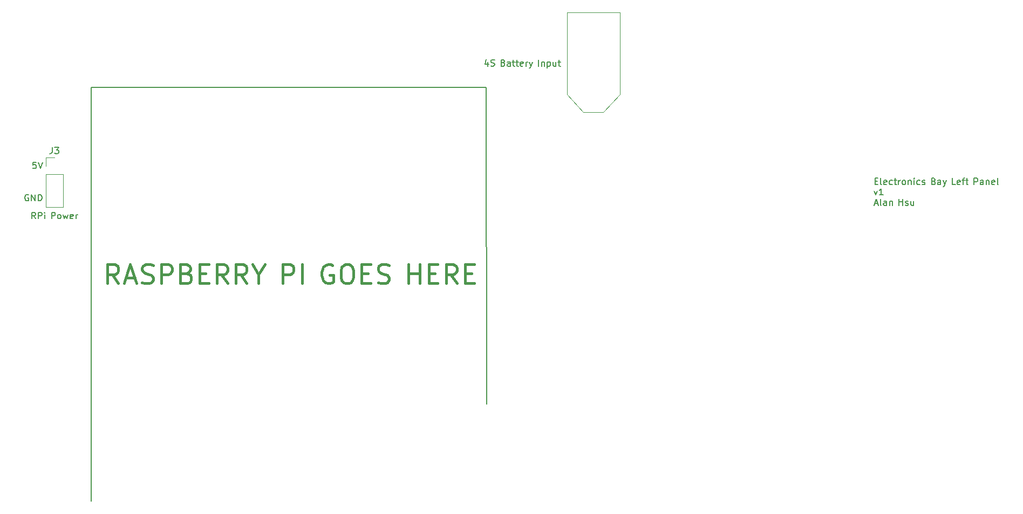
<source format=gbr>
%TF.GenerationSoftware,KiCad,Pcbnew,7.0.0*%
%TF.CreationDate,2023-03-08T15:40:00-05:00*%
%TF.ProjectId,left-side,6c656674-2d73-4696-9465-2e6b69636164,rev?*%
%TF.SameCoordinates,Original*%
%TF.FileFunction,Legend,Top*%
%TF.FilePolarity,Positive*%
%FSLAX46Y46*%
G04 Gerber Fmt 4.6, Leading zero omitted, Abs format (unit mm)*
G04 Created by KiCad (PCBNEW 7.0.0) date 2023-03-08 15:40:00*
%MOMM*%
%LPD*%
G01*
G04 APERTURE LIST*
%ADD10C,0.200000*%
%ADD11C,0.150000*%
%ADD12C,0.450000*%
%ADD13C,0.120000*%
G04 APERTURE END LIST*
D10*
X68514000Y-113119146D02*
X130514000Y-113119146D01*
X130514000Y-113119146D02*
X130556000Y-162814000D01*
X68514000Y-178054000D02*
X68514000Y-113119146D01*
D11*
X58674285Y-129971000D02*
X58579047Y-129923380D01*
X58579047Y-129923380D02*
X58436190Y-129923380D01*
X58436190Y-129923380D02*
X58293333Y-129971000D01*
X58293333Y-129971000D02*
X58198095Y-130066238D01*
X58198095Y-130066238D02*
X58150476Y-130161476D01*
X58150476Y-130161476D02*
X58102857Y-130351952D01*
X58102857Y-130351952D02*
X58102857Y-130494809D01*
X58102857Y-130494809D02*
X58150476Y-130685285D01*
X58150476Y-130685285D02*
X58198095Y-130780523D01*
X58198095Y-130780523D02*
X58293333Y-130875761D01*
X58293333Y-130875761D02*
X58436190Y-130923380D01*
X58436190Y-130923380D02*
X58531428Y-130923380D01*
X58531428Y-130923380D02*
X58674285Y-130875761D01*
X58674285Y-130875761D02*
X58721904Y-130828142D01*
X58721904Y-130828142D02*
X58721904Y-130494809D01*
X58721904Y-130494809D02*
X58531428Y-130494809D01*
X59150476Y-130923380D02*
X59150476Y-129923380D01*
X59150476Y-129923380D02*
X59721904Y-130923380D01*
X59721904Y-130923380D02*
X59721904Y-129923380D01*
X60198095Y-130923380D02*
X60198095Y-129923380D01*
X60198095Y-129923380D02*
X60436190Y-129923380D01*
X60436190Y-129923380D02*
X60579047Y-129971000D01*
X60579047Y-129971000D02*
X60674285Y-130066238D01*
X60674285Y-130066238D02*
X60721904Y-130161476D01*
X60721904Y-130161476D02*
X60769523Y-130351952D01*
X60769523Y-130351952D02*
X60769523Y-130494809D01*
X60769523Y-130494809D02*
X60721904Y-130685285D01*
X60721904Y-130685285D02*
X60674285Y-130780523D01*
X60674285Y-130780523D02*
X60579047Y-130875761D01*
X60579047Y-130875761D02*
X60436190Y-130923380D01*
X60436190Y-130923380D02*
X60198095Y-130923380D01*
X59864761Y-124843380D02*
X59388571Y-124843380D01*
X59388571Y-124843380D02*
X59340952Y-125319571D01*
X59340952Y-125319571D02*
X59388571Y-125271952D01*
X59388571Y-125271952D02*
X59483809Y-125224333D01*
X59483809Y-125224333D02*
X59721904Y-125224333D01*
X59721904Y-125224333D02*
X59817142Y-125271952D01*
X59817142Y-125271952D02*
X59864761Y-125319571D01*
X59864761Y-125319571D02*
X59912380Y-125414809D01*
X59912380Y-125414809D02*
X59912380Y-125652904D01*
X59912380Y-125652904D02*
X59864761Y-125748142D01*
X59864761Y-125748142D02*
X59817142Y-125795761D01*
X59817142Y-125795761D02*
X59721904Y-125843380D01*
X59721904Y-125843380D02*
X59483809Y-125843380D01*
X59483809Y-125843380D02*
X59388571Y-125795761D01*
X59388571Y-125795761D02*
X59340952Y-125748142D01*
X60198095Y-124843380D02*
X60531428Y-125843380D01*
X60531428Y-125843380D02*
X60864761Y-124843380D01*
X130754283Y-109097714D02*
X130754283Y-109764380D01*
X130516188Y-108716761D02*
X130278093Y-109431047D01*
X130278093Y-109431047D02*
X130897140Y-109431047D01*
X131230474Y-109716761D02*
X131373331Y-109764380D01*
X131373331Y-109764380D02*
X131611426Y-109764380D01*
X131611426Y-109764380D02*
X131706664Y-109716761D01*
X131706664Y-109716761D02*
X131754283Y-109669142D01*
X131754283Y-109669142D02*
X131801902Y-109573904D01*
X131801902Y-109573904D02*
X131801902Y-109478666D01*
X131801902Y-109478666D02*
X131754283Y-109383428D01*
X131754283Y-109383428D02*
X131706664Y-109335809D01*
X131706664Y-109335809D02*
X131611426Y-109288190D01*
X131611426Y-109288190D02*
X131420950Y-109240571D01*
X131420950Y-109240571D02*
X131325712Y-109192952D01*
X131325712Y-109192952D02*
X131278093Y-109145333D01*
X131278093Y-109145333D02*
X131230474Y-109050095D01*
X131230474Y-109050095D02*
X131230474Y-108954857D01*
X131230474Y-108954857D02*
X131278093Y-108859619D01*
X131278093Y-108859619D02*
X131325712Y-108812000D01*
X131325712Y-108812000D02*
X131420950Y-108764380D01*
X131420950Y-108764380D02*
X131659045Y-108764380D01*
X131659045Y-108764380D02*
X131801902Y-108812000D01*
X133163807Y-109240571D02*
X133306664Y-109288190D01*
X133306664Y-109288190D02*
X133354283Y-109335809D01*
X133354283Y-109335809D02*
X133401902Y-109431047D01*
X133401902Y-109431047D02*
X133401902Y-109573904D01*
X133401902Y-109573904D02*
X133354283Y-109669142D01*
X133354283Y-109669142D02*
X133306664Y-109716761D01*
X133306664Y-109716761D02*
X133211426Y-109764380D01*
X133211426Y-109764380D02*
X132830474Y-109764380D01*
X132830474Y-109764380D02*
X132830474Y-108764380D01*
X132830474Y-108764380D02*
X133163807Y-108764380D01*
X133163807Y-108764380D02*
X133259045Y-108812000D01*
X133259045Y-108812000D02*
X133306664Y-108859619D01*
X133306664Y-108859619D02*
X133354283Y-108954857D01*
X133354283Y-108954857D02*
X133354283Y-109050095D01*
X133354283Y-109050095D02*
X133306664Y-109145333D01*
X133306664Y-109145333D02*
X133259045Y-109192952D01*
X133259045Y-109192952D02*
X133163807Y-109240571D01*
X133163807Y-109240571D02*
X132830474Y-109240571D01*
X134259045Y-109764380D02*
X134259045Y-109240571D01*
X134259045Y-109240571D02*
X134211426Y-109145333D01*
X134211426Y-109145333D02*
X134116188Y-109097714D01*
X134116188Y-109097714D02*
X133925712Y-109097714D01*
X133925712Y-109097714D02*
X133830474Y-109145333D01*
X134259045Y-109716761D02*
X134163807Y-109764380D01*
X134163807Y-109764380D02*
X133925712Y-109764380D01*
X133925712Y-109764380D02*
X133830474Y-109716761D01*
X133830474Y-109716761D02*
X133782855Y-109621523D01*
X133782855Y-109621523D02*
X133782855Y-109526285D01*
X133782855Y-109526285D02*
X133830474Y-109431047D01*
X133830474Y-109431047D02*
X133925712Y-109383428D01*
X133925712Y-109383428D02*
X134163807Y-109383428D01*
X134163807Y-109383428D02*
X134259045Y-109335809D01*
X134592379Y-109097714D02*
X134973331Y-109097714D01*
X134735236Y-108764380D02*
X134735236Y-109621523D01*
X134735236Y-109621523D02*
X134782855Y-109716761D01*
X134782855Y-109716761D02*
X134878093Y-109764380D01*
X134878093Y-109764380D02*
X134973331Y-109764380D01*
X135163808Y-109097714D02*
X135544760Y-109097714D01*
X135306665Y-108764380D02*
X135306665Y-109621523D01*
X135306665Y-109621523D02*
X135354284Y-109716761D01*
X135354284Y-109716761D02*
X135449522Y-109764380D01*
X135449522Y-109764380D02*
X135544760Y-109764380D01*
X136259046Y-109716761D02*
X136163808Y-109764380D01*
X136163808Y-109764380D02*
X135973332Y-109764380D01*
X135973332Y-109764380D02*
X135878094Y-109716761D01*
X135878094Y-109716761D02*
X135830475Y-109621523D01*
X135830475Y-109621523D02*
X135830475Y-109240571D01*
X135830475Y-109240571D02*
X135878094Y-109145333D01*
X135878094Y-109145333D02*
X135973332Y-109097714D01*
X135973332Y-109097714D02*
X136163808Y-109097714D01*
X136163808Y-109097714D02*
X136259046Y-109145333D01*
X136259046Y-109145333D02*
X136306665Y-109240571D01*
X136306665Y-109240571D02*
X136306665Y-109335809D01*
X136306665Y-109335809D02*
X135830475Y-109431047D01*
X136735237Y-109764380D02*
X136735237Y-109097714D01*
X136735237Y-109288190D02*
X136782856Y-109192952D01*
X136782856Y-109192952D02*
X136830475Y-109145333D01*
X136830475Y-109145333D02*
X136925713Y-109097714D01*
X136925713Y-109097714D02*
X137020951Y-109097714D01*
X137259047Y-109097714D02*
X137497142Y-109764380D01*
X137735237Y-109097714D02*
X137497142Y-109764380D01*
X137497142Y-109764380D02*
X137401904Y-110002476D01*
X137401904Y-110002476D02*
X137354285Y-110050095D01*
X137354285Y-110050095D02*
X137259047Y-110097714D01*
X138716190Y-109764380D02*
X138716190Y-108764380D01*
X139192380Y-109097714D02*
X139192380Y-109764380D01*
X139192380Y-109192952D02*
X139239999Y-109145333D01*
X139239999Y-109145333D02*
X139335237Y-109097714D01*
X139335237Y-109097714D02*
X139478094Y-109097714D01*
X139478094Y-109097714D02*
X139573332Y-109145333D01*
X139573332Y-109145333D02*
X139620951Y-109240571D01*
X139620951Y-109240571D02*
X139620951Y-109764380D01*
X140097142Y-109097714D02*
X140097142Y-110097714D01*
X140097142Y-109145333D02*
X140192380Y-109097714D01*
X140192380Y-109097714D02*
X140382856Y-109097714D01*
X140382856Y-109097714D02*
X140478094Y-109145333D01*
X140478094Y-109145333D02*
X140525713Y-109192952D01*
X140525713Y-109192952D02*
X140573332Y-109288190D01*
X140573332Y-109288190D02*
X140573332Y-109573904D01*
X140573332Y-109573904D02*
X140525713Y-109669142D01*
X140525713Y-109669142D02*
X140478094Y-109716761D01*
X140478094Y-109716761D02*
X140382856Y-109764380D01*
X140382856Y-109764380D02*
X140192380Y-109764380D01*
X140192380Y-109764380D02*
X140097142Y-109716761D01*
X141430475Y-109097714D02*
X141430475Y-109764380D01*
X141001904Y-109097714D02*
X141001904Y-109621523D01*
X141001904Y-109621523D02*
X141049523Y-109716761D01*
X141049523Y-109716761D02*
X141144761Y-109764380D01*
X141144761Y-109764380D02*
X141287618Y-109764380D01*
X141287618Y-109764380D02*
X141382856Y-109716761D01*
X141382856Y-109716761D02*
X141430475Y-109669142D01*
X141763809Y-109097714D02*
X142144761Y-109097714D01*
X141906666Y-108764380D02*
X141906666Y-109621523D01*
X141906666Y-109621523D02*
X141954285Y-109716761D01*
X141954285Y-109716761D02*
X142049523Y-109764380D01*
X142049523Y-109764380D02*
X142144761Y-109764380D01*
D12*
X72786571Y-143873142D02*
X71786571Y-142444571D01*
X71072285Y-143873142D02*
X71072285Y-140873142D01*
X71072285Y-140873142D02*
X72215142Y-140873142D01*
X72215142Y-140873142D02*
X72500857Y-141016000D01*
X72500857Y-141016000D02*
X72643714Y-141158857D01*
X72643714Y-141158857D02*
X72786571Y-141444571D01*
X72786571Y-141444571D02*
X72786571Y-141873142D01*
X72786571Y-141873142D02*
X72643714Y-142158857D01*
X72643714Y-142158857D02*
X72500857Y-142301714D01*
X72500857Y-142301714D02*
X72215142Y-142444571D01*
X72215142Y-142444571D02*
X71072285Y-142444571D01*
X73929428Y-143016000D02*
X75358000Y-143016000D01*
X73643714Y-143873142D02*
X74643714Y-140873142D01*
X74643714Y-140873142D02*
X75643714Y-143873142D01*
X76500857Y-143730285D02*
X76929429Y-143873142D01*
X76929429Y-143873142D02*
X77643714Y-143873142D01*
X77643714Y-143873142D02*
X77929429Y-143730285D01*
X77929429Y-143730285D02*
X78072286Y-143587428D01*
X78072286Y-143587428D02*
X78215143Y-143301714D01*
X78215143Y-143301714D02*
X78215143Y-143016000D01*
X78215143Y-143016000D02*
X78072286Y-142730285D01*
X78072286Y-142730285D02*
X77929429Y-142587428D01*
X77929429Y-142587428D02*
X77643714Y-142444571D01*
X77643714Y-142444571D02*
X77072286Y-142301714D01*
X77072286Y-142301714D02*
X76786571Y-142158857D01*
X76786571Y-142158857D02*
X76643714Y-142016000D01*
X76643714Y-142016000D02*
X76500857Y-141730285D01*
X76500857Y-141730285D02*
X76500857Y-141444571D01*
X76500857Y-141444571D02*
X76643714Y-141158857D01*
X76643714Y-141158857D02*
X76786571Y-141016000D01*
X76786571Y-141016000D02*
X77072286Y-140873142D01*
X77072286Y-140873142D02*
X77786571Y-140873142D01*
X77786571Y-140873142D02*
X78215143Y-141016000D01*
X79500857Y-143873142D02*
X79500857Y-140873142D01*
X79500857Y-140873142D02*
X80643714Y-140873142D01*
X80643714Y-140873142D02*
X80929429Y-141016000D01*
X80929429Y-141016000D02*
X81072286Y-141158857D01*
X81072286Y-141158857D02*
X81215143Y-141444571D01*
X81215143Y-141444571D02*
X81215143Y-141873142D01*
X81215143Y-141873142D02*
X81072286Y-142158857D01*
X81072286Y-142158857D02*
X80929429Y-142301714D01*
X80929429Y-142301714D02*
X80643714Y-142444571D01*
X80643714Y-142444571D02*
X79500857Y-142444571D01*
X83500857Y-142301714D02*
X83929429Y-142444571D01*
X83929429Y-142444571D02*
X84072286Y-142587428D01*
X84072286Y-142587428D02*
X84215143Y-142873142D01*
X84215143Y-142873142D02*
X84215143Y-143301714D01*
X84215143Y-143301714D02*
X84072286Y-143587428D01*
X84072286Y-143587428D02*
X83929429Y-143730285D01*
X83929429Y-143730285D02*
X83643714Y-143873142D01*
X83643714Y-143873142D02*
X82500857Y-143873142D01*
X82500857Y-143873142D02*
X82500857Y-140873142D01*
X82500857Y-140873142D02*
X83500857Y-140873142D01*
X83500857Y-140873142D02*
X83786572Y-141016000D01*
X83786572Y-141016000D02*
X83929429Y-141158857D01*
X83929429Y-141158857D02*
X84072286Y-141444571D01*
X84072286Y-141444571D02*
X84072286Y-141730285D01*
X84072286Y-141730285D02*
X83929429Y-142016000D01*
X83929429Y-142016000D02*
X83786572Y-142158857D01*
X83786572Y-142158857D02*
X83500857Y-142301714D01*
X83500857Y-142301714D02*
X82500857Y-142301714D01*
X85500857Y-142301714D02*
X86500857Y-142301714D01*
X86929429Y-143873142D02*
X85500857Y-143873142D01*
X85500857Y-143873142D02*
X85500857Y-140873142D01*
X85500857Y-140873142D02*
X86929429Y-140873142D01*
X89929429Y-143873142D02*
X88929429Y-142444571D01*
X88215143Y-143873142D02*
X88215143Y-140873142D01*
X88215143Y-140873142D02*
X89358000Y-140873142D01*
X89358000Y-140873142D02*
X89643715Y-141016000D01*
X89643715Y-141016000D02*
X89786572Y-141158857D01*
X89786572Y-141158857D02*
X89929429Y-141444571D01*
X89929429Y-141444571D02*
X89929429Y-141873142D01*
X89929429Y-141873142D02*
X89786572Y-142158857D01*
X89786572Y-142158857D02*
X89643715Y-142301714D01*
X89643715Y-142301714D02*
X89358000Y-142444571D01*
X89358000Y-142444571D02*
X88215143Y-142444571D01*
X92929429Y-143873142D02*
X91929429Y-142444571D01*
X91215143Y-143873142D02*
X91215143Y-140873142D01*
X91215143Y-140873142D02*
X92358000Y-140873142D01*
X92358000Y-140873142D02*
X92643715Y-141016000D01*
X92643715Y-141016000D02*
X92786572Y-141158857D01*
X92786572Y-141158857D02*
X92929429Y-141444571D01*
X92929429Y-141444571D02*
X92929429Y-141873142D01*
X92929429Y-141873142D02*
X92786572Y-142158857D01*
X92786572Y-142158857D02*
X92643715Y-142301714D01*
X92643715Y-142301714D02*
X92358000Y-142444571D01*
X92358000Y-142444571D02*
X91215143Y-142444571D01*
X94786572Y-142444571D02*
X94786572Y-143873142D01*
X93786572Y-140873142D02*
X94786572Y-142444571D01*
X94786572Y-142444571D02*
X95786572Y-140873142D01*
X98586572Y-143873142D02*
X98586572Y-140873142D01*
X98586572Y-140873142D02*
X99729429Y-140873142D01*
X99729429Y-140873142D02*
X100015144Y-141016000D01*
X100015144Y-141016000D02*
X100158001Y-141158857D01*
X100158001Y-141158857D02*
X100300858Y-141444571D01*
X100300858Y-141444571D02*
X100300858Y-141873142D01*
X100300858Y-141873142D02*
X100158001Y-142158857D01*
X100158001Y-142158857D02*
X100015144Y-142301714D01*
X100015144Y-142301714D02*
X99729429Y-142444571D01*
X99729429Y-142444571D02*
X98586572Y-142444571D01*
X101586572Y-143873142D02*
X101586572Y-140873142D01*
X106386572Y-141016000D02*
X106100858Y-140873142D01*
X106100858Y-140873142D02*
X105672286Y-140873142D01*
X105672286Y-140873142D02*
X105243715Y-141016000D01*
X105243715Y-141016000D02*
X104958000Y-141301714D01*
X104958000Y-141301714D02*
X104815143Y-141587428D01*
X104815143Y-141587428D02*
X104672286Y-142158857D01*
X104672286Y-142158857D02*
X104672286Y-142587428D01*
X104672286Y-142587428D02*
X104815143Y-143158857D01*
X104815143Y-143158857D02*
X104958000Y-143444571D01*
X104958000Y-143444571D02*
X105243715Y-143730285D01*
X105243715Y-143730285D02*
X105672286Y-143873142D01*
X105672286Y-143873142D02*
X105958000Y-143873142D01*
X105958000Y-143873142D02*
X106386572Y-143730285D01*
X106386572Y-143730285D02*
X106529429Y-143587428D01*
X106529429Y-143587428D02*
X106529429Y-142587428D01*
X106529429Y-142587428D02*
X105958000Y-142587428D01*
X108386572Y-140873142D02*
X108958000Y-140873142D01*
X108958000Y-140873142D02*
X109243715Y-141016000D01*
X109243715Y-141016000D02*
X109529429Y-141301714D01*
X109529429Y-141301714D02*
X109672286Y-141873142D01*
X109672286Y-141873142D02*
X109672286Y-142873142D01*
X109672286Y-142873142D02*
X109529429Y-143444571D01*
X109529429Y-143444571D02*
X109243715Y-143730285D01*
X109243715Y-143730285D02*
X108958000Y-143873142D01*
X108958000Y-143873142D02*
X108386572Y-143873142D01*
X108386572Y-143873142D02*
X108100858Y-143730285D01*
X108100858Y-143730285D02*
X107815143Y-143444571D01*
X107815143Y-143444571D02*
X107672286Y-142873142D01*
X107672286Y-142873142D02*
X107672286Y-141873142D01*
X107672286Y-141873142D02*
X107815143Y-141301714D01*
X107815143Y-141301714D02*
X108100858Y-141016000D01*
X108100858Y-141016000D02*
X108386572Y-140873142D01*
X110958000Y-142301714D02*
X111958000Y-142301714D01*
X112386572Y-143873142D02*
X110958000Y-143873142D01*
X110958000Y-143873142D02*
X110958000Y-140873142D01*
X110958000Y-140873142D02*
X112386572Y-140873142D01*
X113529429Y-143730285D02*
X113958001Y-143873142D01*
X113958001Y-143873142D02*
X114672286Y-143873142D01*
X114672286Y-143873142D02*
X114958001Y-143730285D01*
X114958001Y-143730285D02*
X115100858Y-143587428D01*
X115100858Y-143587428D02*
X115243715Y-143301714D01*
X115243715Y-143301714D02*
X115243715Y-143016000D01*
X115243715Y-143016000D02*
X115100858Y-142730285D01*
X115100858Y-142730285D02*
X114958001Y-142587428D01*
X114958001Y-142587428D02*
X114672286Y-142444571D01*
X114672286Y-142444571D02*
X114100858Y-142301714D01*
X114100858Y-142301714D02*
X113815143Y-142158857D01*
X113815143Y-142158857D02*
X113672286Y-142016000D01*
X113672286Y-142016000D02*
X113529429Y-141730285D01*
X113529429Y-141730285D02*
X113529429Y-141444571D01*
X113529429Y-141444571D02*
X113672286Y-141158857D01*
X113672286Y-141158857D02*
X113815143Y-141016000D01*
X113815143Y-141016000D02*
X114100858Y-140873142D01*
X114100858Y-140873142D02*
X114815143Y-140873142D01*
X114815143Y-140873142D02*
X115243715Y-141016000D01*
X118329429Y-143873142D02*
X118329429Y-140873142D01*
X118329429Y-142301714D02*
X120043715Y-142301714D01*
X120043715Y-143873142D02*
X120043715Y-140873142D01*
X121472286Y-142301714D02*
X122472286Y-142301714D01*
X122900858Y-143873142D02*
X121472286Y-143873142D01*
X121472286Y-143873142D02*
X121472286Y-140873142D01*
X121472286Y-140873142D02*
X122900858Y-140873142D01*
X125900858Y-143873142D02*
X124900858Y-142444571D01*
X124186572Y-143873142D02*
X124186572Y-140873142D01*
X124186572Y-140873142D02*
X125329429Y-140873142D01*
X125329429Y-140873142D02*
X125615144Y-141016000D01*
X125615144Y-141016000D02*
X125758001Y-141158857D01*
X125758001Y-141158857D02*
X125900858Y-141444571D01*
X125900858Y-141444571D02*
X125900858Y-141873142D01*
X125900858Y-141873142D02*
X125758001Y-142158857D01*
X125758001Y-142158857D02*
X125615144Y-142301714D01*
X125615144Y-142301714D02*
X125329429Y-142444571D01*
X125329429Y-142444571D02*
X124186572Y-142444571D01*
X127186572Y-142301714D02*
X128186572Y-142301714D01*
X128615144Y-143873142D02*
X127186572Y-143873142D01*
X127186572Y-143873142D02*
X127186572Y-140873142D01*
X127186572Y-140873142D02*
X128615144Y-140873142D01*
D11*
X191500095Y-127844571D02*
X191833428Y-127844571D01*
X191976285Y-128368380D02*
X191500095Y-128368380D01*
X191500095Y-128368380D02*
X191500095Y-127368380D01*
X191500095Y-127368380D02*
X191976285Y-127368380D01*
X192547714Y-128368380D02*
X192452476Y-128320761D01*
X192452476Y-128320761D02*
X192404857Y-128225523D01*
X192404857Y-128225523D02*
X192404857Y-127368380D01*
X193309619Y-128320761D02*
X193214381Y-128368380D01*
X193214381Y-128368380D02*
X193023905Y-128368380D01*
X193023905Y-128368380D02*
X192928667Y-128320761D01*
X192928667Y-128320761D02*
X192881048Y-128225523D01*
X192881048Y-128225523D02*
X192881048Y-127844571D01*
X192881048Y-127844571D02*
X192928667Y-127749333D01*
X192928667Y-127749333D02*
X193023905Y-127701714D01*
X193023905Y-127701714D02*
X193214381Y-127701714D01*
X193214381Y-127701714D02*
X193309619Y-127749333D01*
X193309619Y-127749333D02*
X193357238Y-127844571D01*
X193357238Y-127844571D02*
X193357238Y-127939809D01*
X193357238Y-127939809D02*
X192881048Y-128035047D01*
X194214381Y-128320761D02*
X194119143Y-128368380D01*
X194119143Y-128368380D02*
X193928667Y-128368380D01*
X193928667Y-128368380D02*
X193833429Y-128320761D01*
X193833429Y-128320761D02*
X193785810Y-128273142D01*
X193785810Y-128273142D02*
X193738191Y-128177904D01*
X193738191Y-128177904D02*
X193738191Y-127892190D01*
X193738191Y-127892190D02*
X193785810Y-127796952D01*
X193785810Y-127796952D02*
X193833429Y-127749333D01*
X193833429Y-127749333D02*
X193928667Y-127701714D01*
X193928667Y-127701714D02*
X194119143Y-127701714D01*
X194119143Y-127701714D02*
X194214381Y-127749333D01*
X194500096Y-127701714D02*
X194881048Y-127701714D01*
X194642953Y-127368380D02*
X194642953Y-128225523D01*
X194642953Y-128225523D02*
X194690572Y-128320761D01*
X194690572Y-128320761D02*
X194785810Y-128368380D01*
X194785810Y-128368380D02*
X194881048Y-128368380D01*
X195214382Y-128368380D02*
X195214382Y-127701714D01*
X195214382Y-127892190D02*
X195262001Y-127796952D01*
X195262001Y-127796952D02*
X195309620Y-127749333D01*
X195309620Y-127749333D02*
X195404858Y-127701714D01*
X195404858Y-127701714D02*
X195500096Y-127701714D01*
X195976287Y-128368380D02*
X195881049Y-128320761D01*
X195881049Y-128320761D02*
X195833430Y-128273142D01*
X195833430Y-128273142D02*
X195785811Y-128177904D01*
X195785811Y-128177904D02*
X195785811Y-127892190D01*
X195785811Y-127892190D02*
X195833430Y-127796952D01*
X195833430Y-127796952D02*
X195881049Y-127749333D01*
X195881049Y-127749333D02*
X195976287Y-127701714D01*
X195976287Y-127701714D02*
X196119144Y-127701714D01*
X196119144Y-127701714D02*
X196214382Y-127749333D01*
X196214382Y-127749333D02*
X196262001Y-127796952D01*
X196262001Y-127796952D02*
X196309620Y-127892190D01*
X196309620Y-127892190D02*
X196309620Y-128177904D01*
X196309620Y-128177904D02*
X196262001Y-128273142D01*
X196262001Y-128273142D02*
X196214382Y-128320761D01*
X196214382Y-128320761D02*
X196119144Y-128368380D01*
X196119144Y-128368380D02*
X195976287Y-128368380D01*
X196738192Y-127701714D02*
X196738192Y-128368380D01*
X196738192Y-127796952D02*
X196785811Y-127749333D01*
X196785811Y-127749333D02*
X196881049Y-127701714D01*
X196881049Y-127701714D02*
X197023906Y-127701714D01*
X197023906Y-127701714D02*
X197119144Y-127749333D01*
X197119144Y-127749333D02*
X197166763Y-127844571D01*
X197166763Y-127844571D02*
X197166763Y-128368380D01*
X197642954Y-128368380D02*
X197642954Y-127701714D01*
X197642954Y-127368380D02*
X197595335Y-127416000D01*
X197595335Y-127416000D02*
X197642954Y-127463619D01*
X197642954Y-127463619D02*
X197690573Y-127416000D01*
X197690573Y-127416000D02*
X197642954Y-127368380D01*
X197642954Y-127368380D02*
X197642954Y-127463619D01*
X198547715Y-128320761D02*
X198452477Y-128368380D01*
X198452477Y-128368380D02*
X198262001Y-128368380D01*
X198262001Y-128368380D02*
X198166763Y-128320761D01*
X198166763Y-128320761D02*
X198119144Y-128273142D01*
X198119144Y-128273142D02*
X198071525Y-128177904D01*
X198071525Y-128177904D02*
X198071525Y-127892190D01*
X198071525Y-127892190D02*
X198119144Y-127796952D01*
X198119144Y-127796952D02*
X198166763Y-127749333D01*
X198166763Y-127749333D02*
X198262001Y-127701714D01*
X198262001Y-127701714D02*
X198452477Y-127701714D01*
X198452477Y-127701714D02*
X198547715Y-127749333D01*
X198928668Y-128320761D02*
X199023906Y-128368380D01*
X199023906Y-128368380D02*
X199214382Y-128368380D01*
X199214382Y-128368380D02*
X199309620Y-128320761D01*
X199309620Y-128320761D02*
X199357239Y-128225523D01*
X199357239Y-128225523D02*
X199357239Y-128177904D01*
X199357239Y-128177904D02*
X199309620Y-128082666D01*
X199309620Y-128082666D02*
X199214382Y-128035047D01*
X199214382Y-128035047D02*
X199071525Y-128035047D01*
X199071525Y-128035047D02*
X198976287Y-127987428D01*
X198976287Y-127987428D02*
X198928668Y-127892190D01*
X198928668Y-127892190D02*
X198928668Y-127844571D01*
X198928668Y-127844571D02*
X198976287Y-127749333D01*
X198976287Y-127749333D02*
X199071525Y-127701714D01*
X199071525Y-127701714D02*
X199214382Y-127701714D01*
X199214382Y-127701714D02*
X199309620Y-127749333D01*
X200719144Y-127844571D02*
X200862001Y-127892190D01*
X200862001Y-127892190D02*
X200909620Y-127939809D01*
X200909620Y-127939809D02*
X200957239Y-128035047D01*
X200957239Y-128035047D02*
X200957239Y-128177904D01*
X200957239Y-128177904D02*
X200909620Y-128273142D01*
X200909620Y-128273142D02*
X200862001Y-128320761D01*
X200862001Y-128320761D02*
X200766763Y-128368380D01*
X200766763Y-128368380D02*
X200385811Y-128368380D01*
X200385811Y-128368380D02*
X200385811Y-127368380D01*
X200385811Y-127368380D02*
X200719144Y-127368380D01*
X200719144Y-127368380D02*
X200814382Y-127416000D01*
X200814382Y-127416000D02*
X200862001Y-127463619D01*
X200862001Y-127463619D02*
X200909620Y-127558857D01*
X200909620Y-127558857D02*
X200909620Y-127654095D01*
X200909620Y-127654095D02*
X200862001Y-127749333D01*
X200862001Y-127749333D02*
X200814382Y-127796952D01*
X200814382Y-127796952D02*
X200719144Y-127844571D01*
X200719144Y-127844571D02*
X200385811Y-127844571D01*
X201814382Y-128368380D02*
X201814382Y-127844571D01*
X201814382Y-127844571D02*
X201766763Y-127749333D01*
X201766763Y-127749333D02*
X201671525Y-127701714D01*
X201671525Y-127701714D02*
X201481049Y-127701714D01*
X201481049Y-127701714D02*
X201385811Y-127749333D01*
X201814382Y-128320761D02*
X201719144Y-128368380D01*
X201719144Y-128368380D02*
X201481049Y-128368380D01*
X201481049Y-128368380D02*
X201385811Y-128320761D01*
X201385811Y-128320761D02*
X201338192Y-128225523D01*
X201338192Y-128225523D02*
X201338192Y-128130285D01*
X201338192Y-128130285D02*
X201385811Y-128035047D01*
X201385811Y-128035047D02*
X201481049Y-127987428D01*
X201481049Y-127987428D02*
X201719144Y-127987428D01*
X201719144Y-127987428D02*
X201814382Y-127939809D01*
X202195335Y-127701714D02*
X202433430Y-128368380D01*
X202671525Y-127701714D02*
X202433430Y-128368380D01*
X202433430Y-128368380D02*
X202338192Y-128606476D01*
X202338192Y-128606476D02*
X202290573Y-128654095D01*
X202290573Y-128654095D02*
X202195335Y-128701714D01*
X204128668Y-128368380D02*
X203652478Y-128368380D01*
X203652478Y-128368380D02*
X203652478Y-127368380D01*
X204842954Y-128320761D02*
X204747716Y-128368380D01*
X204747716Y-128368380D02*
X204557240Y-128368380D01*
X204557240Y-128368380D02*
X204462002Y-128320761D01*
X204462002Y-128320761D02*
X204414383Y-128225523D01*
X204414383Y-128225523D02*
X204414383Y-127844571D01*
X204414383Y-127844571D02*
X204462002Y-127749333D01*
X204462002Y-127749333D02*
X204557240Y-127701714D01*
X204557240Y-127701714D02*
X204747716Y-127701714D01*
X204747716Y-127701714D02*
X204842954Y-127749333D01*
X204842954Y-127749333D02*
X204890573Y-127844571D01*
X204890573Y-127844571D02*
X204890573Y-127939809D01*
X204890573Y-127939809D02*
X204414383Y-128035047D01*
X205176288Y-127701714D02*
X205557240Y-127701714D01*
X205319145Y-128368380D02*
X205319145Y-127511238D01*
X205319145Y-127511238D02*
X205366764Y-127416000D01*
X205366764Y-127416000D02*
X205462002Y-127368380D01*
X205462002Y-127368380D02*
X205557240Y-127368380D01*
X205747717Y-127701714D02*
X206128669Y-127701714D01*
X205890574Y-127368380D02*
X205890574Y-128225523D01*
X205890574Y-128225523D02*
X205938193Y-128320761D01*
X205938193Y-128320761D02*
X206033431Y-128368380D01*
X206033431Y-128368380D02*
X206128669Y-128368380D01*
X207062003Y-128368380D02*
X207062003Y-127368380D01*
X207062003Y-127368380D02*
X207442955Y-127368380D01*
X207442955Y-127368380D02*
X207538193Y-127416000D01*
X207538193Y-127416000D02*
X207585812Y-127463619D01*
X207585812Y-127463619D02*
X207633431Y-127558857D01*
X207633431Y-127558857D02*
X207633431Y-127701714D01*
X207633431Y-127701714D02*
X207585812Y-127796952D01*
X207585812Y-127796952D02*
X207538193Y-127844571D01*
X207538193Y-127844571D02*
X207442955Y-127892190D01*
X207442955Y-127892190D02*
X207062003Y-127892190D01*
X208490574Y-128368380D02*
X208490574Y-127844571D01*
X208490574Y-127844571D02*
X208442955Y-127749333D01*
X208442955Y-127749333D02*
X208347717Y-127701714D01*
X208347717Y-127701714D02*
X208157241Y-127701714D01*
X208157241Y-127701714D02*
X208062003Y-127749333D01*
X208490574Y-128320761D02*
X208395336Y-128368380D01*
X208395336Y-128368380D02*
X208157241Y-128368380D01*
X208157241Y-128368380D02*
X208062003Y-128320761D01*
X208062003Y-128320761D02*
X208014384Y-128225523D01*
X208014384Y-128225523D02*
X208014384Y-128130285D01*
X208014384Y-128130285D02*
X208062003Y-128035047D01*
X208062003Y-128035047D02*
X208157241Y-127987428D01*
X208157241Y-127987428D02*
X208395336Y-127987428D01*
X208395336Y-127987428D02*
X208490574Y-127939809D01*
X208966765Y-127701714D02*
X208966765Y-128368380D01*
X208966765Y-127796952D02*
X209014384Y-127749333D01*
X209014384Y-127749333D02*
X209109622Y-127701714D01*
X209109622Y-127701714D02*
X209252479Y-127701714D01*
X209252479Y-127701714D02*
X209347717Y-127749333D01*
X209347717Y-127749333D02*
X209395336Y-127844571D01*
X209395336Y-127844571D02*
X209395336Y-128368380D01*
X210252479Y-128320761D02*
X210157241Y-128368380D01*
X210157241Y-128368380D02*
X209966765Y-128368380D01*
X209966765Y-128368380D02*
X209871527Y-128320761D01*
X209871527Y-128320761D02*
X209823908Y-128225523D01*
X209823908Y-128225523D02*
X209823908Y-127844571D01*
X209823908Y-127844571D02*
X209871527Y-127749333D01*
X209871527Y-127749333D02*
X209966765Y-127701714D01*
X209966765Y-127701714D02*
X210157241Y-127701714D01*
X210157241Y-127701714D02*
X210252479Y-127749333D01*
X210252479Y-127749333D02*
X210300098Y-127844571D01*
X210300098Y-127844571D02*
X210300098Y-127939809D01*
X210300098Y-127939809D02*
X209823908Y-128035047D01*
X210871527Y-128368380D02*
X210776289Y-128320761D01*
X210776289Y-128320761D02*
X210728670Y-128225523D01*
X210728670Y-128225523D02*
X210728670Y-127368380D01*
X191404857Y-129321714D02*
X191642952Y-129988380D01*
X191642952Y-129988380D02*
X191881047Y-129321714D01*
X192785809Y-129988380D02*
X192214381Y-129988380D01*
X192500095Y-129988380D02*
X192500095Y-128988380D01*
X192500095Y-128988380D02*
X192404857Y-129131238D01*
X192404857Y-129131238D02*
X192309619Y-129226476D01*
X192309619Y-129226476D02*
X192214381Y-129274095D01*
X191452476Y-131322666D02*
X191928666Y-131322666D01*
X191357238Y-131608380D02*
X191690571Y-130608380D01*
X191690571Y-130608380D02*
X192023904Y-131608380D01*
X192500095Y-131608380D02*
X192404857Y-131560761D01*
X192404857Y-131560761D02*
X192357238Y-131465523D01*
X192357238Y-131465523D02*
X192357238Y-130608380D01*
X193309619Y-131608380D02*
X193309619Y-131084571D01*
X193309619Y-131084571D02*
X193262000Y-130989333D01*
X193262000Y-130989333D02*
X193166762Y-130941714D01*
X193166762Y-130941714D02*
X192976286Y-130941714D01*
X192976286Y-130941714D02*
X192881048Y-130989333D01*
X193309619Y-131560761D02*
X193214381Y-131608380D01*
X193214381Y-131608380D02*
X192976286Y-131608380D01*
X192976286Y-131608380D02*
X192881048Y-131560761D01*
X192881048Y-131560761D02*
X192833429Y-131465523D01*
X192833429Y-131465523D02*
X192833429Y-131370285D01*
X192833429Y-131370285D02*
X192881048Y-131275047D01*
X192881048Y-131275047D02*
X192976286Y-131227428D01*
X192976286Y-131227428D02*
X193214381Y-131227428D01*
X193214381Y-131227428D02*
X193309619Y-131179809D01*
X193785810Y-130941714D02*
X193785810Y-131608380D01*
X193785810Y-131036952D02*
X193833429Y-130989333D01*
X193833429Y-130989333D02*
X193928667Y-130941714D01*
X193928667Y-130941714D02*
X194071524Y-130941714D01*
X194071524Y-130941714D02*
X194166762Y-130989333D01*
X194166762Y-130989333D02*
X194214381Y-131084571D01*
X194214381Y-131084571D02*
X194214381Y-131608380D01*
X195290572Y-131608380D02*
X195290572Y-130608380D01*
X195290572Y-131084571D02*
X195862000Y-131084571D01*
X195862000Y-131608380D02*
X195862000Y-130608380D01*
X196290572Y-131560761D02*
X196385810Y-131608380D01*
X196385810Y-131608380D02*
X196576286Y-131608380D01*
X196576286Y-131608380D02*
X196671524Y-131560761D01*
X196671524Y-131560761D02*
X196719143Y-131465523D01*
X196719143Y-131465523D02*
X196719143Y-131417904D01*
X196719143Y-131417904D02*
X196671524Y-131322666D01*
X196671524Y-131322666D02*
X196576286Y-131275047D01*
X196576286Y-131275047D02*
X196433429Y-131275047D01*
X196433429Y-131275047D02*
X196338191Y-131227428D01*
X196338191Y-131227428D02*
X196290572Y-131132190D01*
X196290572Y-131132190D02*
X196290572Y-131084571D01*
X196290572Y-131084571D02*
X196338191Y-130989333D01*
X196338191Y-130989333D02*
X196433429Y-130941714D01*
X196433429Y-130941714D02*
X196576286Y-130941714D01*
X196576286Y-130941714D02*
X196671524Y-130989333D01*
X197576286Y-130941714D02*
X197576286Y-131608380D01*
X197147715Y-130941714D02*
X197147715Y-131465523D01*
X197147715Y-131465523D02*
X197195334Y-131560761D01*
X197195334Y-131560761D02*
X197290572Y-131608380D01*
X197290572Y-131608380D02*
X197433429Y-131608380D01*
X197433429Y-131608380D02*
X197528667Y-131560761D01*
X197528667Y-131560761D02*
X197576286Y-131513142D01*
%TO.C,J3*%
X62404666Y-122513380D02*
X62404666Y-123227666D01*
X62404666Y-123227666D02*
X62357047Y-123370523D01*
X62357047Y-123370523D02*
X62261809Y-123465761D01*
X62261809Y-123465761D02*
X62118952Y-123513380D01*
X62118952Y-123513380D02*
X62023714Y-123513380D01*
X62785619Y-122513380D02*
X63404666Y-122513380D01*
X63404666Y-122513380D02*
X63071333Y-122894333D01*
X63071333Y-122894333D02*
X63214190Y-122894333D01*
X63214190Y-122894333D02*
X63309428Y-122941952D01*
X63309428Y-122941952D02*
X63357047Y-122989571D01*
X63357047Y-122989571D02*
X63404666Y-123084809D01*
X63404666Y-123084809D02*
X63404666Y-123322904D01*
X63404666Y-123322904D02*
X63357047Y-123418142D01*
X63357047Y-123418142D02*
X63309428Y-123465761D01*
X63309428Y-123465761D02*
X63214190Y-123513380D01*
X63214190Y-123513380D02*
X62928476Y-123513380D01*
X62928476Y-123513380D02*
X62833238Y-123465761D01*
X62833238Y-123465761D02*
X62785619Y-123418142D01*
X59795142Y-133717380D02*
X59461809Y-133241190D01*
X59223714Y-133717380D02*
X59223714Y-132717380D01*
X59223714Y-132717380D02*
X59604666Y-132717380D01*
X59604666Y-132717380D02*
X59699904Y-132765000D01*
X59699904Y-132765000D02*
X59747523Y-132812619D01*
X59747523Y-132812619D02*
X59795142Y-132907857D01*
X59795142Y-132907857D02*
X59795142Y-133050714D01*
X59795142Y-133050714D02*
X59747523Y-133145952D01*
X59747523Y-133145952D02*
X59699904Y-133193571D01*
X59699904Y-133193571D02*
X59604666Y-133241190D01*
X59604666Y-133241190D02*
X59223714Y-133241190D01*
X60223714Y-133717380D02*
X60223714Y-132717380D01*
X60223714Y-132717380D02*
X60604666Y-132717380D01*
X60604666Y-132717380D02*
X60699904Y-132765000D01*
X60699904Y-132765000D02*
X60747523Y-132812619D01*
X60747523Y-132812619D02*
X60795142Y-132907857D01*
X60795142Y-132907857D02*
X60795142Y-133050714D01*
X60795142Y-133050714D02*
X60747523Y-133145952D01*
X60747523Y-133145952D02*
X60699904Y-133193571D01*
X60699904Y-133193571D02*
X60604666Y-133241190D01*
X60604666Y-133241190D02*
X60223714Y-133241190D01*
X61223714Y-133717380D02*
X61223714Y-133050714D01*
X61223714Y-132717380D02*
X61176095Y-132765000D01*
X61176095Y-132765000D02*
X61223714Y-132812619D01*
X61223714Y-132812619D02*
X61271333Y-132765000D01*
X61271333Y-132765000D02*
X61223714Y-132717380D01*
X61223714Y-132717380D02*
X61223714Y-132812619D01*
X62299904Y-133717380D02*
X62299904Y-132717380D01*
X62299904Y-132717380D02*
X62680856Y-132717380D01*
X62680856Y-132717380D02*
X62776094Y-132765000D01*
X62776094Y-132765000D02*
X62823713Y-132812619D01*
X62823713Y-132812619D02*
X62871332Y-132907857D01*
X62871332Y-132907857D02*
X62871332Y-133050714D01*
X62871332Y-133050714D02*
X62823713Y-133145952D01*
X62823713Y-133145952D02*
X62776094Y-133193571D01*
X62776094Y-133193571D02*
X62680856Y-133241190D01*
X62680856Y-133241190D02*
X62299904Y-133241190D01*
X63442761Y-133717380D02*
X63347523Y-133669761D01*
X63347523Y-133669761D02*
X63299904Y-133622142D01*
X63299904Y-133622142D02*
X63252285Y-133526904D01*
X63252285Y-133526904D02*
X63252285Y-133241190D01*
X63252285Y-133241190D02*
X63299904Y-133145952D01*
X63299904Y-133145952D02*
X63347523Y-133098333D01*
X63347523Y-133098333D02*
X63442761Y-133050714D01*
X63442761Y-133050714D02*
X63585618Y-133050714D01*
X63585618Y-133050714D02*
X63680856Y-133098333D01*
X63680856Y-133098333D02*
X63728475Y-133145952D01*
X63728475Y-133145952D02*
X63776094Y-133241190D01*
X63776094Y-133241190D02*
X63776094Y-133526904D01*
X63776094Y-133526904D02*
X63728475Y-133622142D01*
X63728475Y-133622142D02*
X63680856Y-133669761D01*
X63680856Y-133669761D02*
X63585618Y-133717380D01*
X63585618Y-133717380D02*
X63442761Y-133717380D01*
X64109428Y-133050714D02*
X64299904Y-133717380D01*
X64299904Y-133717380D02*
X64490380Y-133241190D01*
X64490380Y-133241190D02*
X64680856Y-133717380D01*
X64680856Y-133717380D02*
X64871332Y-133050714D01*
X65633237Y-133669761D02*
X65537999Y-133717380D01*
X65537999Y-133717380D02*
X65347523Y-133717380D01*
X65347523Y-133717380D02*
X65252285Y-133669761D01*
X65252285Y-133669761D02*
X65204666Y-133574523D01*
X65204666Y-133574523D02*
X65204666Y-133193571D01*
X65204666Y-133193571D02*
X65252285Y-133098333D01*
X65252285Y-133098333D02*
X65347523Y-133050714D01*
X65347523Y-133050714D02*
X65537999Y-133050714D01*
X65537999Y-133050714D02*
X65633237Y-133098333D01*
X65633237Y-133098333D02*
X65680856Y-133193571D01*
X65680856Y-133193571D02*
X65680856Y-133288809D01*
X65680856Y-133288809D02*
X65204666Y-133384047D01*
X66109428Y-133717380D02*
X66109428Y-133050714D01*
X66109428Y-133241190D02*
X66157047Y-133145952D01*
X66157047Y-133145952D02*
X66204666Y-133098333D01*
X66204666Y-133098333D02*
X66299904Y-133050714D01*
X66299904Y-133050714D02*
X66395142Y-133050714D01*
D13*
X61408000Y-124146000D02*
X62738000Y-124146000D01*
X61408000Y-125476000D02*
X61408000Y-124146000D01*
X61408000Y-126746000D02*
X61408000Y-131886000D01*
X61408000Y-126746000D02*
X64068000Y-126746000D01*
X61408000Y-131886000D02*
X64068000Y-131886000D01*
X64068000Y-126746000D02*
X64068000Y-131886000D01*
%TO.C,J1*%
X145720000Y-117026000D02*
X148870000Y-117026000D01*
X148870000Y-117026000D02*
X151470000Y-114176000D01*
X143170000Y-114176000D02*
X145720000Y-117026000D01*
X151470000Y-114176000D02*
X151470000Y-101326000D01*
X143170000Y-101326000D02*
X143170000Y-114176000D01*
X151470000Y-101326000D02*
X143170000Y-101326000D01*
%TD*%
M02*

</source>
